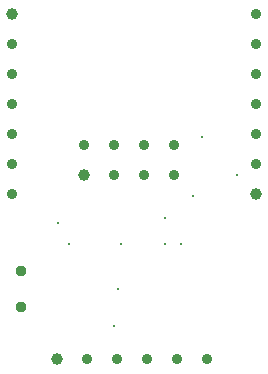
<source format=gbr>
G04 Generated by Ultiboard 13.0 *
%FSLAX25Y25*%
%MOIN*%

%ADD11C,0.03700*%
%ADD12C,0.03500*%
%ADD13C,0.03917*%
%ADD14C,0.01300*%


G04 ColorRGB 000000 for the following layer *
%LNDrill-Copper Top-Copper Bottom*%
%LPD*%
G54D11*
X13500Y38500D03*
X13500Y26500D03*
G54D12*
X45625Y9000D03*
X55625Y9000D03*
X65625Y9000D03*
X35625Y9000D03*
X75625Y9000D03*
X10750Y64000D03*
X10750Y74000D03*
X10750Y84000D03*
X10750Y94000D03*
X10750Y104000D03*
X10750Y114000D03*
X92000Y114000D03*
X92000Y74000D03*
X92000Y104000D03*
X92000Y94000D03*
X92000Y84000D03*
X92000Y124000D03*
X54750Y70500D03*
X64750Y80500D03*
X44750Y70500D03*
X44750Y80500D03*
X54750Y80500D03*
X64750Y70500D03*
X34750Y80500D03*
G54D13*
X25625Y9000D03*
X10750Y124000D03*
X92000Y64000D03*
X34750Y70500D03*
G54D14*
X47000Y47500D03*
X26000Y54500D03*
X92000Y63625D03*
X45858Y32500D03*
X74000Y83000D03*
X71000Y63500D03*
X29500Y47500D03*
X44500Y20000D03*
X61500Y47500D03*
X61500Y56000D03*
X67000Y47500D03*
X11000Y124000D03*
X85500Y70500D03*

M02*

</source>
